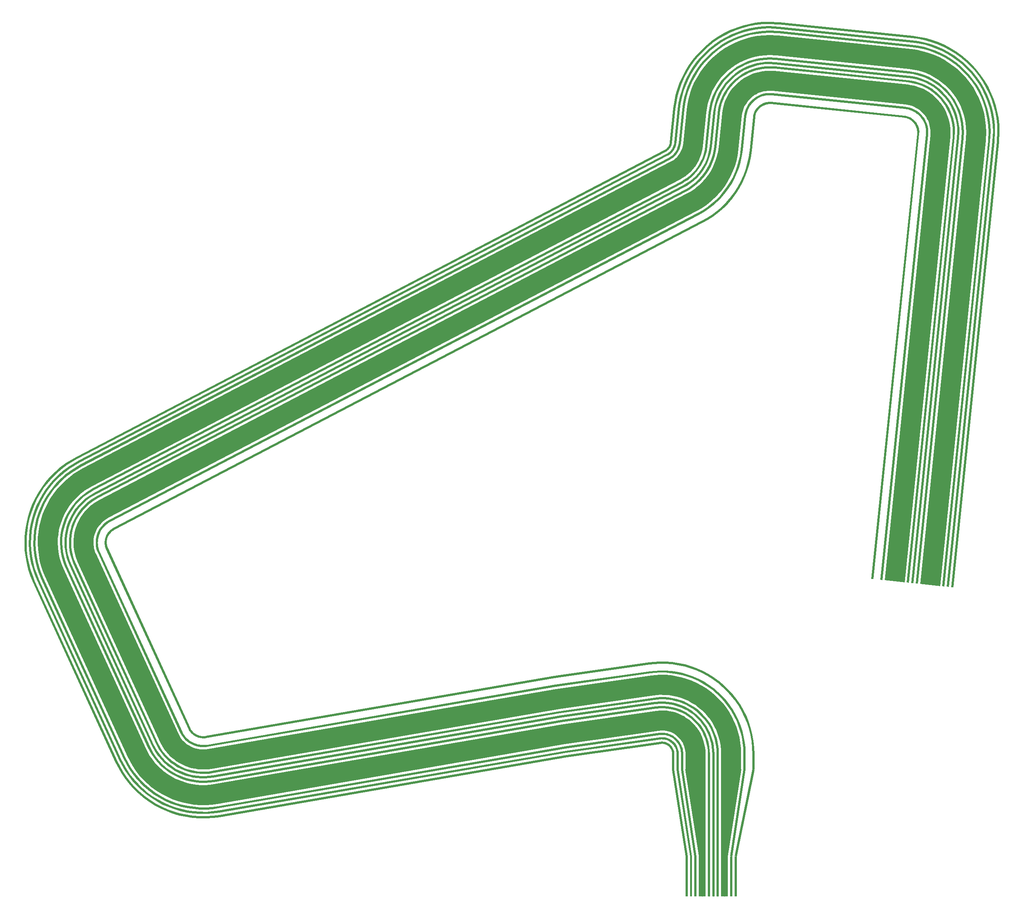
<source format=gbr>
G04 AutoGERB 2.0 for AutoCAD 14*
G04 RS274-X Output *
%FSLAX34Y34*%
%MOMM*%
%ADD12C,0.005000*%
%ADD13C,0.007000*%
G36*X2429672Y786128D02*X2429672Y821774D01*X2429179Y835901*X2427711Y849914*X2425271Y863793*X2421872Y877468*X2417531Y890873*X2412268Y903945*X2406108Y916618*X2399082Y928832*X2391223Y940529*X2382571Y951650*X2373165Y962143*X2363053Y971956*X2352283Y981043*X2340907Y989358*X2328980Y996861*X2316560Y1003518*X2303707Y1009295*X2290484Y1014163*X2276954Y1018101*X2263184Y1021088*X2249238Y1023109*X2235186Y1024157*X2221122Y1024224*X2198461Y1022273*X1985828Y991894*X1204165Y857171*X1201622Y856824*X1199018Y856651*X1196409Y856660*X1193807Y856850*X1191224Y857220*X1188672Y857770*X1186166Y858495*X1183715Y859393*X1181333Y860460*X1179032Y861689*X1176821Y863076*X1174712Y864612*X1172715Y866292*X1170840Y868106*X1169094Y870048*X1167489Y872105*X1166010Y874299*X1163773Y878456*X979575Y1280962*X978590Y1283330*X977756Y1285804*X977099Y1288329*X976616Y1290893*X976314Y1293486*X976194Y1296093*X976254Y1298701*X976496Y1301300*X976918Y1303875*X977518Y1306415*X978293Y1308906*X979240Y1311339*X980354Y1313698*X981629Y1315976*X983059Y1318159*X984637Y1320236*X986356Y1322199*X988207Y1324039*X990184Y1325745*X992300Y1327329*X996267Y1329732*X2315831Y2018650*X2328125Y2025623*X2339869Y2033410*X2351042Y2041996*X2361592Y2051337*X2371466Y2061390*X2380617Y2072105*X2389001Y2083431*X2396578Y2095312*X2403309Y2107691*X2409163Y2120508*X2414111Y2133702*X2418131Y2147208*X2421199Y2160952*X2423602Y2177576*X2431293Y2252590*X2431643Y2255133*X2432179Y2257688*X2432890Y2260198*X2433774Y2262653*X2434827Y2265041*X2436043Y2267349*X2437418Y2269568*X2438943Y2271685*X2440612Y2273692*X2442417Y2275577*X2444347Y2277332*X2446394Y2278950*X2448551Y2280420*X2450804Y2281737*X2453143Y2282894*X2455557Y2283886*X2458033Y2284707*X2460562Y2285354*X2463128Y2285824*X2465722Y2286115*X2468354Y2286224*X2472349Y2286034*X2770896Y2255425*X2773438Y2255074*X2775993Y2254539*X2778503Y2253827*X2780958Y2252943*X2783346Y2251890*X2785655Y2250674*X2787873Y2249299*X2789990Y2247774*X2791997Y2246106*X2793883Y2244302*X2795638Y2242371*X2797255Y2240322*X2798725Y2238167*X2800042Y2235915*X2801200Y2233575*X2802191Y2231161*X2803013Y2228684*X2803660Y2226156*X2804129Y2223589*X2804420Y2220996*X2804530Y2218363*X2804339Y2214367*X2701792Y1214192*X2696819Y1214703*X2799352Y2214742*X2799525Y2218378*X2799431Y2220613*X2799180Y2222860*X2798773Y2225085*X2798212Y2227275*X2797500Y2229422*X2796641Y2231514*X2795639Y2233540*X2794496Y2235492*X2793222Y2237361*X2791821Y2239136*X2790300Y2240809*X2788666Y2242373*X2786927Y2243819*X2785092Y2245140*X2783170Y2246331*X2781169Y2247385*X2779099Y2248298*X2776972Y2249064*X2774796Y2249682*X2772583Y2250145*X2770299Y2250460*X2471976Y2281047*X2468339Y2281219*X2466105Y2281126*X2463857Y2280875*X2461633Y2280467*X2459442Y2279906*X2457296Y2279195*X2455204Y2278335*X2453177Y2277332*X2451224Y2276191*X2449357Y2274917*X2447582Y2273515*X2445908Y2271994*X2444345Y2270361*X2442898Y2268622*X2441577Y2266787*X2440386Y2264864*X2439332Y2262864*X2438419Y2260794*X2437653Y2258667*X2437036Y2256491*X2436572Y2254278*X2436258Y2251995*X2428565Y2176963*X2426120Y2160049*X2422972Y2145949*X2418854Y2132109*X2413784Y2118589*X2407784Y2105456*X2400887Y2092771*X2393124Y2080596*X2384532Y2068990*X2375155Y2058011*X2365037Y2047710*X2354227Y2038137*X2342778Y2029339*X2330744Y2021360*X2318222Y2014257*X998722Y1325373*X995101Y1323180*X993319Y1321846*X991608Y1320368*X990003Y1318774*X988514Y1317073*X987146Y1315272*X985906Y1313381*X984801Y1311407*X983837Y1309362*X983016Y1307255*X982345Y1305096*X981825Y1302894*X981459Y1300663*X981249Y1298412*X981197Y1296150*X981301Y1293891*X981563Y1291646*X981980Y1289422*X982551Y1287235*X983273Y1285091*X984158Y1282963*X1168252Y880683*X1170295Y876888*X1171538Y875044*X1172929Y873261*X1174441Y871579*X1176066Y870007*X1177797Y868551*X1179624Y867219*X1181541Y866018*X1183536Y864953*X1185600Y864028*X1187723Y863250*X1189895Y862621*X1192105Y862145*X1194344Y861825*X1196600Y861659*X1198861Y861652*X1201117Y861801*X1203402Y862114*X1985049Y996833*X2197892Y1027242*X2220919Y1029225*X2235385Y1029156*X2249783Y1028082*X2264073Y1026011*X2278185Y1022950*X2292049Y1018916*X2305598Y1013926*X2318769Y1008007*X2331495Y1001186*X2343716Y993497*X2355374Y984976*X2366410Y975665*X2376772Y965610*X2386410Y954857*X2395276Y943462*X2403329Y931477*X2410529Y918961*X2416841Y905974*X2422234Y892580*X2426683Y878843*X2430166Y864830*X2432666Y850609*X2434170Y836248*X2434671Y821861*X2434671Y786128*X2429672Y786128*G37*G36*X2409672Y786128D02*X2409672Y821774D01*X2409228Y834509*X2407904Y847139*X2405705Y859647*X2402642Y871972*X2398730Y884053*X2393986Y895833*X2388435Y907255*X2382103Y918264*X2375021Y928804*X2367222Y938828*X2358746Y948284*X2349632Y957128*X2339926Y965317*X2329674Y972811*X2318925Y979573*X2307731Y985572*X2296148Y990779*X2284231Y995166*X2272038Y998715*X2259627Y1001406*X2247059Y1003229*X2234395Y1004173*X2221722Y1004233*X2201290Y1002474*X1988941Y972136*X1207561Y837462*X1203641Y836926*X1199648Y836661*X1195646Y836675*X1191656Y836965*X1187695Y837534*X1183784Y838377*X1179940Y839489*X1176183Y840866*X1172531Y842501*X1169002Y844386*X1165612Y846512*X1162378Y848868*X1159316Y851443*X1156440Y854227*X1153765Y857202*X1151303Y860356*X1149046Y863705*X1145587Y870134*X961389Y1272639*X959869Y1276293*X958591Y1280085*X957581Y1283957*X956843Y1287890*X956380Y1291864*X956195Y1295862*X956288Y1299862*X956659Y1303845*X957305Y1307794*X958227Y1311688*X959414Y1315508*X960866Y1319238*X962574Y1322856*X964529Y1326348*X966721Y1329694*X969141Y1332881*X971778Y1335891*X974617Y1338711*X977645Y1341325*X980876Y1343746*X987011Y1347462*X2306575Y2036379*X2317658Y2042665*X2328242Y2049684*X2338312Y2057421*X2347820Y2065840*X2356719Y2074900*X2364966Y2084557*X2372522Y2094764*X2379350Y2105471*X2385417Y2116628*X2390692Y2128180*X2395152Y2140070*X2398775Y2152242*X2401540Y2164628*X2403706Y2179616*X2411397Y2254631*X2411937Y2258551*X2412758Y2262468*X2413849Y2266318*X2415205Y2270082*X2416820Y2273743*X2418685Y2277283*X2420792Y2280685*X2423131Y2283931*X2425689Y2287008*X2428456Y2289899*X2431416Y2292590*X2434557Y2295070*X2437863Y2297324*X2441317Y2299344*X2444903Y2301118*X2448604Y2302638*X2452402Y2303898*X2456279Y2304890*X2460214Y2305610*X2464191Y2306056*X2468214Y2306224*X2474390Y2305929*X2772936Y2275320*X2776857Y2274780*X2780774Y2273959*X2784623Y2272868*X2788388Y2271512*X2792048Y2269898*X2795588Y2268033*X2798990Y2265925*X2802237Y2263587*X2805313Y2261028*X2808204Y2258262*X2810896Y2255302*X2813375Y2252161*X2815630Y2248856*X2817650Y2245401*X2819424Y2241814*X2820944Y2238113*X2822204Y2234316*X2823196Y2230439*X2823916Y2226503*X2824362Y2222527*X2824530Y2218504*X2824235Y2212327*X2721688Y1212152*X2716715Y1212663*X2819248Y2212702*X2819525Y2218519*X2819373Y2222144*X2818967Y2225774*X2818309Y2229368*X2817403Y2232907*X2816253Y2236374*X2814865Y2239753*X2813245Y2243028*X2811401Y2246181*X2809342Y2249200*X2807079Y2252067*X2804621Y2254769*X2801982Y2257295*X2799174Y2259632*X2796209Y2261766*X2793103Y2263690*X2789871Y2265393*X2786529Y2266867*X2783092Y2268105*X2779577Y2269102*X2776002Y2269851*X2772339Y2270355*X2474015Y2300942*X2468199Y2301219*X2464574Y2301067*X2460943Y2300661*X2457350Y2300003*X2453811Y2299097*X2450343Y2297947*X2446964Y2296559*X2443690Y2294939*X2440536Y2293095*X2437518Y2291037*X2434651Y2288773*X2431947Y2286316*X2429422Y2283677*X2427086Y2280868*X2424951Y2277904*X2423028Y2274798*X2421325Y2271566*X2419850Y2268223*X2418612Y2264787*X2417615Y2261271*X2416866Y2257696*X2416362Y2254034*X2408669Y2179003*X2406461Y2163725*X2403616Y2150983*X2399895Y2138477*X2395313Y2126261*X2389892Y2114393*X2383659Y2102930*X2376645Y2091929*X2368881Y2081442*X2360408Y2071521*X2351265Y2062213*X2341497Y2053562*X2331151Y2045613*X2320277Y2038402*X2308966Y2031986*X989466Y1343103*X983677Y1339597*X980782Y1337428*X978016Y1335040*X975425Y1332466*X973018Y1329718*X970808Y1326809*X968806Y1323753*X967021Y1320565*X965463Y1317261*X964137Y1313857*X963052Y1310369*X962212Y1306813*X961622Y1303208*X961283Y1299571*X961198Y1295919*X961367Y1292269*X961790Y1288641*X962464Y1285050*X963386Y1281516*X964552Y1278054*X965972Y1274640*X1150066Y872361*X1153331Y866294*X1155352Y863295*X1157600Y860415*X1160043Y857698*X1162667Y855158*X1165463Y852807*X1168415Y850655*X1171511Y848715*X1174734Y846994*X1178068Y845501*X1181497Y844244*X1185007Y843228*X1188578Y842459*X1192193Y841940*X1195837Y841674*X1199491Y841662*X1203136Y841903*X1206798Y842405*X1988162Y977075*X2200721Y1007443*X2221519Y1009234*X2234592Y1009172*X2247604Y1008202*X2260516Y1006329*X2273267Y1003564*X2285796Y999919*X2298039Y995410*X2309940Y990061*X2321440Y983898*X2332483Y976950*X2343017Y969250*X2352989Y960837*X2362353Y951751*X2371061Y942035*X2379074Y931737*X2386350Y920907*X2392856Y909598*X2398559Y897862*X2403433Y885760*X2407453Y873347*X2410600Y860684*X2412859Y847834*X2414219Y834858*X2414671Y821861*X2414671Y786128*X2409672Y786128*G37*G36*X2359672Y786130D02*X2359672Y821425D01*X2359336Y831031*X2358376Y840201*X2356780Y849280*X2354556Y858227*X2351715Y866998*X2348271Y875550*X2344242Y883843*X2339646Y891833*X2334504Y899485*X2328842Y906762*X2322689Y913627*X2316073Y920047*X2309027Y925992*X2301583Y931433*X2293780Y936342*X2285655Y940697*X2277245Y944476*X2268594Y947662*X2259743Y950238*X2250733Y952192*X2241609Y953515*X2232416Y954200*X2223433Y954243*X2207807Y952898*X1996724Y922739*X1215713Y788130*X1208687Y787169*X1201222Y786674*X1193742Y786698*X1186279Y787243*X1178872Y788306*X1171559Y789882*X1164373Y791961*X1157349Y794536*X1150520Y797592*X1143921Y801118*X1137585Y805091*X1131536Y809498*X1125810Y814315*X1120434Y819516*X1115433Y825079*X1110830Y830977*X1106460Y837460*X1100390Y848741*X915779Y1252149*X913055Y1258695*X910668Y1265785*X908779Y1273025*X907399Y1280378*X906533Y1287808*X906186Y1295282*X906360Y1302762*X907054Y1310211*X908263Y1317593*X909983Y1324874*X912206Y1332019*X914921Y1338992*X918113Y1345756*X921767Y1352284*X925869Y1358543*X930393Y1364499*X935321Y1370127*X940630Y1375400*X946291Y1380289*X952539Y1384968*X963309Y1391491*X2283126Y2080541*X2291485Y2085282*X2299169Y2090377*X2306480Y2095995*X2313382Y2102106*X2319842Y2108683*X2325829Y2115694*X2331314Y2123104*X2336272Y2130878*X2340676Y2138976*X2344506Y2147362*X2347743Y2155993*X2350373Y2164830*X2352365Y2173756*X2354008Y2185126*X2361693Y2260078*X2362661Y2267100*X2364195Y2274422*X2366236Y2281621*X2368771Y2288658*X2371790Y2295505*X2375279Y2302124*X2379218Y2308483*X2383589Y2314553*X2388374Y2320307*X2393547Y2325711*X2399081Y2330743*X2404954Y2335379*X2411135Y2339596*X2417594Y2343371*X2424298Y2346688*X2431220Y2349533*X2438322Y2351887*X2445568Y2353742*X2452927Y2355089*X2460363Y2355921*X2468061Y2356243*X2478946Y2355725*X2778382Y2325024*X2785406Y2324056*X2792728Y2322521*X2799925Y2320481*X2806963Y2317947*X2813809Y2314927*X2820429Y2311440*X2826788Y2307500*X2832860Y2303128*X2838612Y2298343*X2844016Y2293173*X2849049Y2287637*X2853685Y2281764*X2857901Y2275584*X2861677Y2269125*X2864995Y2262419*X2867838Y2255499*X2870193Y2248398*X2872049Y2241150*X2873396Y2233790*X2874227Y2226356*X2874550Y2218657*X2874030Y2207770*X2771428Y1207050*X2726663Y1211649*X2829139Y2211141*X2829505Y2218788*X2829332Y2222909*X2828849Y2227231*X2828066Y2231507*X2826988Y2235719*X2825619Y2239846*X2823966Y2243868*X2822038Y2247766*X2819844Y2251519*X2817394Y2255111*X2814700Y2258524*X2811775Y2261740*X2808631Y2264748*X2805289Y2267529*X2801761Y2270069*X2798064Y2272359*X2794218Y2274386*X2790240Y2276140*X2786148Y2277614*X2781965Y2278800*X2777709Y2279691*X2773013Y2280339*X2475579Y2310834*X2467930Y2311198*X2463810Y2311026*X2459488Y2310542*X2455211Y2309759*X2450997Y2308680*X2446871Y2307312*X2442851Y2305661*X2438953Y2303732*X2435198Y2301537*X2431607Y2299088*X2428194Y2296394*X2424976Y2293468*X2421969Y2290326*X2419190Y2286984*X2416649Y2283456*X2414358Y2279757*X2412331Y2275912*X2410578Y2271935*X2409103Y2267842*X2407918Y2263659*X2407026Y2259403*X2406378Y2254707*X2398679Y2179611*X2396658Y2165625*X2393950Y2153497*X2390428Y2141658*X2386089Y2130091*X2380957Y2118855*X2375055Y2108003*X2368415Y2097589*X2361066Y2087661*X2353043Y2078268*X2344387Y2069455*X2335139Y2061266*X2325344Y2053740*X2315050Y2046913*X2304647Y2041012*X985400Y1352260*X977742Y1347623*X974520Y1345210*X971229Y1342367*X968144Y1339304*X965280Y1336032*X962648Y1332568*X960266Y1328933*X958142Y1325139*X956286Y1321205*X954709Y1317154*X953418Y1313003*X952418Y1308772*X951715Y1304480*X951311Y1300149*X951211Y1295803*X951412Y1291461*X951916Y1287141*X952718Y1282866*X953815Y1278660*X955202Y1274540*X957024Y1270164*X1140705Y868786*X1145027Y860755*X1147269Y857428*X1149944Y854000*X1152851Y850767*X1155977Y847742*X1159303Y844943*X1162816Y842384*X1166502Y840073*X1170337Y838025*X1174306Y836249*X1178388Y834752*X1182566Y833543*X1186817Y832627*X1191120Y832010*X1195455Y831693*X1199805Y831679*X1204144Y831966*X1208838Y832609*X1989719Y967196*X2202690Y997623*X2221608Y999252*X2234197Y999191*X2246516Y998274*X2258740Y996501*X2270812Y993883*X2282673Y990431*X2294264Y986163*X2305530Y981100*X2316419Y975265*X2326874Y968686*X2336846Y961397*X2346288Y953432*X2355152Y944830*X2363397Y935631*X2370981Y925882*X2377871Y915630*X2384031Y904920*X2389430Y893811*X2394044Y882353*X2397849Y870602*X2400829Y858615*X2402967Y846448*X2404255Y834164*X2404671Y822210*X2404671Y786130*X2359672Y786130*G37*G36*X2249672Y786128D02*X2249672Y821775D01*X2249615Y823382*X2249452Y824941*X2249181Y826482*X2248803Y828001*X2248321Y829490*X2247736Y830943*X2247052Y832351*X2246271Y833708*X2245398Y835008*X2244437Y836244*X2243392Y837409*X2242268Y838500*X2241072Y839508*X2239808Y840433*X2238483Y841266*X2237102Y842006*X2235675Y842648*X2234206Y843188*X2232702Y843626*X2231172Y843958*X2229623Y844183*X2228062Y844299*X2226523Y844306*X2223919Y844083*X2013849Y814069*X1234737Y679787*X1219785Y677743*X1204683Y676740*X1189548Y676791*X1174454Y677893*X1159471Y680043*X1144676Y683229*X1130137Y687437*X1115926Y692645*X1102113Y698829*X1088762Y705959*X1075940Y714001*X1063708Y722914*X1052126Y732656*X1041249Y743180*X1031129Y754436*X1021818Y766367*X1013338Y778948*X1000098Y803554*X815900Y1206060*X810101Y1219993*X805271Y1234336*X801451Y1248982*X798658Y1263857*X796907Y1278891*X796206Y1294009*X796557Y1309140*X797960Y1324210*X800407Y1339146*X803888Y1353875*X808384Y1368327*X813874Y1382432*X820333Y1396119*X827727Y1409325*X836021Y1421984*X845176Y1434037*X855147Y1445423*X865886Y1456089*X877340Y1465981*X889483Y1475075*X912963Y1489295*X2232527Y2178213*X2233926Y2179006*X2235231Y2179872*X2236472Y2180826*X2237645Y2181864*X2238742Y2182980*X2239758Y2184171*X2240690Y2185429*X2241532Y2186750*X2242280Y2188124*X2242930Y2189549*X2243479Y2191014*X2243927Y2192516*X2244266Y2194035*X2244540Y2195935*X2252231Y2270951*X2254292Y2285900*X2257397Y2300713*X2261523Y2315275*X2266653Y2329515*X2272760Y2343363*X2279816Y2356752*X2287786Y2369619*X2296632Y2381900*X2306309Y2393537*X2316773Y2404472*X2327972Y2414653*X2339852Y2424031*X2352356Y2432559*X2365421Y2440198*X2378987Y2446909*X2392987Y2452661*X2407352Y2457425*X2422015Y2461178*X2436902Y2463903*X2451943Y2465586*X2467090Y2466220*X2490709Y2465095*X2789256Y2434486*X2804206Y2432425*X2819019Y2429322*X2833581Y2425194*X2847820Y2420065*X2861668Y2413958*X2875058Y2406903*X2887925Y2398933*X2900206Y2390087*X2911843Y2380410*X2922778Y2369946*X2932959Y2358747*X2942337Y2346867*X2950866Y2334364*X2958505Y2321298*X2965216Y2307733*X2970968Y2293733*X2975733Y2279368*X2979486Y2264705*X2982211Y2249818*X2983895Y2234777*X2984528Y2219630*X2983400Y2196008*X2880854Y1195833*X2875881Y1196344*X2978413Y2196383*X2979523Y2219645*X2978906Y2234394*X2977262Y2249089*X2974599Y2263634*X2970932Y2277959*X2966277Y2291994*X2960657Y2305672*X2954100Y2318925*X2946637Y2331691*X2938304Y2343906*X2929142Y2355512*X2919195Y2366453*X2908512Y2376677*X2897143Y2386132*X2885144Y2394774*X2872573Y2402560*X2859491Y2409453*X2845961Y2415420*X2832050Y2420431*X2817824Y2424463*X2803351Y2427496*X2788659Y2429521*X2490334Y2460108*X2467075Y2461215*X2452326Y2460597*X2437631Y2458954*X2423086Y2456291*X2408761Y2452624*X2394726Y2447970*X2381048Y2442350*X2367794Y2435793*X2355029Y2428330*X2342813Y2419998*X2331207Y2410836*X2320266Y2400889*X2310042Y2390206*X2300587Y2378837*X2291945Y2366838*X2284159Y2354267*X2277265Y2341186*X2271298Y2327656*X2266286Y2313744*X2262254Y2299518*X2259221Y2285045*X2257196Y2270354*X2249503Y2195322*X2249187Y2193132*X2248768Y2191255*X2248222Y2189421*X2247551Y2187630*X2246755Y2185889*X2245841Y2184207*X2244811Y2182594*X2243673Y2181056*X2242431Y2179601*X2241090Y2178235*X2239657Y2176967*X2238140Y2175801*X2236545Y2174743*X2234918Y2173820*X915418Y1484936*X892284Y1470926*X880477Y1462084*X869285Y1452418*X858794Y1441998*X849053Y1430874*X840108Y1419099*X832004Y1406730*X824780Y1393828*X818471Y1380455*X813107Y1366676*X808713Y1352556*X805314Y1338165*X802923Y1323573*X801552Y1308849*X801209Y1294066*X801894Y1279296*X803605Y1264608*X806334Y1250075*X810066Y1235767*X814784Y1221754*X820483Y1208061*X1004577Y805781*X1017623Y781537*X1025867Y769306*X1034964Y757649*X1044850Y746653*X1055477Y736371*X1066793Y726853*X1078743Y718144*X1091271Y710288*X1104314Y703322*X1117811Y697280*X1131694Y692192*X1145899Y688080*X1160354Y684968*X1174991Y682868*X1189739Y681790*X1204526Y681741*X1219280Y682720*X1233974Y684730*X2013070Y819008*X2223352Y849052*X2226320Y849307*X2228259Y849298*X2230168Y849156*X2232063Y848881*X2233933Y848475*X2235769Y847941*X2237566Y847279*X2239311Y846495*X2240998Y845591*X2242617Y844572*X2244163Y843443*X2245625Y842209*X2246999Y840876*X2248276Y839451*X2249451Y837941*X2250518Y836353*X2251473Y834694*X2252309Y832972*X2253024Y831197*X2253614Y829376*X2254076Y827519*X2254407Y825634*X2254606Y823731*X2254671Y821862*X2254671Y786128*X2249672Y786128*G37*G36*X2259672Y786128D02*X2259672Y821775D01*X2259591Y824078*X2259355Y826327*X2258963Y828555*X2258418Y830749*X2257722Y832901*X2256877Y834999*X2255888Y837032*X2254761Y838993*X2253500Y840870*X2252111Y842654*X2250601Y844339*X2248979Y845914*X2247250Y847371*X2245425Y848706*X2243510Y849910*X2241517Y850979*X2239454Y851906*X2237332Y852687*X2235160Y853319*X2232950Y853799*X2230713Y854123*X2228457Y854291*X2226223Y854302*X2222505Y853982*X2012292Y823949*X1233038Y689641*X1218776Y687692*X1204368Y686735*X1189929Y686783*X1175529Y687835*X1161235Y689886*X1147120Y692926*X1133250Y696940*X1119692Y701909*X1106514Y707809*X1093777Y714611*X1081545Y722283*X1069875Y730786*X1058825Y740080*X1048448Y750121*X1038794Y760859*X1029911Y772242*X1021820Y784246*X1009191Y807715*X824993Y1210221*X819462Y1223511*X814854Y1237196*X811209Y1251168*X808545Y1265359*X806874Y1279701*X806205Y1294125*X806540Y1308560*X807878Y1322937*X810213Y1337187*X813535Y1351238*X817823Y1365025*X823061Y1378482*X829223Y1391540*X836277Y1404139*X844190Y1416216*X852924Y1427715*X862437Y1438578*X872682Y1448753*X883609Y1458190*X895195Y1466867*X917591Y1480431*X2237155Y2169347*X2239159Y2170485*X2241044Y2171735*X2242837Y2173113*X2244530Y2174612*X2246115Y2176225*X2247584Y2177945*X2248929Y2179763*X2250145Y2181669*X2251226Y2183657*X2252165Y2185713*X2252959Y2187830*X2253604Y2189998*X2254095Y2192197*X2254488Y2194915*X2262179Y2269931*X2264145Y2284191*X2267107Y2298323*X2271044Y2312215*X2275937Y2325800*X2281764Y2339011*X2288495Y2351786*X2296099Y2364061*X2304538Y2375777*X2313771Y2386879*X2323753Y2397311*X2334437Y2407024*X2345771Y2415971*X2357700Y2424107*X2370165Y2431395*X2383107Y2437797*X2396463Y2443284*X2410168Y2447830*X2424156Y2451410*X2438359Y2454010*X2452709Y2455616*X2467161Y2456220*X2489689Y2455147*X2788236Y2424538*X2802496Y2422572*X2816628Y2419612*X2830521Y2415674*X2844106Y2410780*X2857317Y2404954*X2870091Y2398223*X2882366Y2390620*X2894083Y2382181*X2905185Y2372948*X2915617Y2362966*X2925330Y2352282*X2934277Y2340948*X2942414Y2329020*X2949701Y2316555*X2956104Y2303613*X2961591Y2290257*X2966137Y2276552*X2969718Y2262564*X2972317Y2248361*X2973924Y2234011*X2974528Y2219559*X2973452Y2197028*X2870906Y1196853*X2865933Y1197364*X2968465Y2197403*X2969523Y2219574*X2968935Y2233628*X2967368Y2247632*X2964831Y2261493*X2961336Y2275143*X2956900Y2288518*X2951545Y2301552*X2945296Y2314182*X2938185Y2326347*X2930244Y2337987*X2921513Y2349047*X2912034Y2359473*X2901854Y2369215*X2891020Y2378226*X2879585Y2386461*X2867606Y2393880*X2855140Y2400449*X2842247Y2406135*X2828990Y2410911*X2815433Y2414753*X2801641Y2417643*X2787639Y2419573*X2489314Y2450160*X2467146Y2451215*X2453092Y2450627*X2439088Y2449061*X2425227Y2446523*X2411577Y2443029*X2398202Y2438593*X2385168Y2433238*X2372538Y2426990*X2360373Y2419878*X2348732Y2411938*X2337672Y2403207*X2327246Y2393728*X2317504Y2383548*X2308493Y2372714*X2300258Y2361280*X2292838Y2349301*X2286269Y2336834*X2280582Y2323941*X2275807Y2310684*X2271964Y2297128*X2269074Y2283336*X2267144Y2269334*X2259451Y2194302*X2259016Y2191294*X2258447Y2188739*X2257702Y2186237*X2256786Y2183794*X2255701Y2181420*X2254454Y2179128*X2253052Y2176928*X2251499Y2174830*X2249804Y2172846*X2247975Y2170983*X2246022Y2169254*X2243953Y2167664*X2241778Y2166222*X2239546Y2164956*X920046Y1476072*X897996Y1462718*X886746Y1454293*X876081Y1445082*X866084Y1435153*X856801Y1424552*X848277Y1413331*X840554Y1401544*X833670Y1389249*X827658Y1376505*X822546Y1363374*X818360Y1349919*X815120Y1336206*X812841Y1322300*X811535Y1308269*X811208Y1294182*X811861Y1280106*X813492Y1266110*X816092Y1252261*X819649Y1238627*X824145Y1225272*X829576Y1212222*X1013670Y809942*X1026105Y786835*X1033960Y775181*X1042629Y764072*X1052049Y753594*X1062176Y743795*X1072960Y734725*X1084348Y726426*X1096286Y718940*X1108715Y712302*X1121577Y706544*X1134807Y701695*X1148343Y697777*X1162118Y694811*X1176066Y692810*X1190120Y691782*X1204211Y691736*X1218271Y692669*X1232275Y694584*X2011513Y828888*X2221936Y858951*X2226020Y859303*X2228656Y859290*X2231258Y859096*X2233841Y858722*X2236391Y858168*X2238897Y857440*X2241345Y856537*X2243726Y855468*X2246025Y854235*X2248234Y852845*X2250341Y851306*X2252336Y849623*X2254208Y847806*X2255950Y845863*X2257553Y843803*X2259008Y841636*X2260309Y839375*X2261450Y837028*X2262425Y834606*X2263229Y832124*X2263858Y829592*X2264310Y827022*X2264582Y824427*X2264671Y821862*X2264671Y786128*X2259672Y786128*G37*G36*X2269672Y786128D02*X2269672Y821775D01*X2269567Y824773*X2269258Y827715*X2268746Y830628*X2268033Y833498*X2267122Y836311*X2266017Y839054*X2264725Y841714*X2263250Y844277*X2261601Y846732*X2259785Y849067*X2257811Y851268*X2255689Y853328*X2253428Y855234*X2251040Y856980*X2248538Y858555*X2245931Y859952*X2243234Y861164*X2240459Y862185*X2237619Y863012*X2234728Y863639*X2231803Y864064*X2228854Y864283*X2225922Y864297*X2221091Y863881*X2010736Y833828*X1231340Y699496*X1217767Y697641*X1204053Y696730*X1190310Y696776*X1176604Y697777*X1162999Y699729*X1149564Y702623*X1136363Y706443*X1123458Y711173*X1110915Y716788*X1098792Y723263*X1087149Y730565*X1076042Y738658*X1065524Y747504*X1055647Y757061*X1046459Y767282*X1038004Y778116*X1030302Y789543*X1018284Y811877*X834086Y1214382*X828822Y1227030*X824436Y1240055*X820967Y1253354*X818432Y1266861*X816841Y1280512*X816204Y1294241*X816523Y1307981*X817797Y1321664*X820019Y1335227*X823181Y1348602*X827263Y1361724*X832248Y1374531*X838113Y1386961*X844827Y1398953*X852359Y1410448*X860671Y1421392*X869726Y1431732*X879478Y1441417*X889878Y1450399*X900907Y1458659*X922219Y1471566*X2241783Y2160483*X2244392Y2161964*X2246857Y2163598*X2249202Y2165400*X2251416Y2167361*X2253489Y2169470*X2255409Y2171719*X2257168Y2174096*X2258759Y2176589*X2260172Y2179187*X2261400Y2181878*X2262439Y2184646*X2263282Y2187481*X2263925Y2190359*X2264436Y2193895*X2272127Y2268911*X2273998Y2282482*X2276816Y2295933*X2280564Y2309156*X2285222Y2322086*X2290768Y2334660*X2297174Y2346819*X2304412Y2358502*X2312444Y2369654*X2321232Y2380221*X2330733Y2390150*X2340902Y2399395*X2351690Y2407911*X2363044Y2415655*X2374908Y2422591*X2387227Y2428685*X2399939Y2433908*X2412983Y2438234*X2426298Y2441642*X2439816Y2444116*X2453474Y2445645*X2467231Y2446220*X2488669Y2445199*X2787216Y2414590*X2800787Y2412719*X2814238Y2409902*X2827461Y2406154*X2840391Y2401496*X2852966Y2395950*X2865124Y2389544*X2876808Y2382307*X2887960Y2374275*X2898527Y2365487*X2908457Y2355986*X2917701Y2345817*X2926217Y2335029*X2933962Y2323675*X2940898Y2311811*X2946992Y2299493*X2952215Y2286781*X2956541Y2273736*X2959950Y2260422*X2962424Y2246903*X2963953Y2233245*X2964529Y2219489*X2963505Y2198048*X2860958Y1197873*X2855985Y1198384*X2958518Y2198423*X2959524Y2219504*X2958964Y2232862*X2957475Y2246174*X2955063Y2259351*X2951740Y2272327*X2947524Y2285042*X2942433Y2297432*X2936493Y2309438*X2929733Y2321002*X2922184Y2332068*X2913884Y2342582*X2904874Y2352493*X2895196Y2361754*X2884897Y2370320*X2874027Y2378148*X2862639Y2385201*X2850789Y2391445*X2838532Y2396851*X2825930Y2401391*X2813043Y2405043*X2799932Y2407790*X2786619Y2409625*X2488294Y2440212*X2467216Y2441215*X2453857Y2440656*X2440545Y2439167*X2427369Y2436755*X2414392Y2433433*X2401678Y2429217*X2389288Y2424126*X2377281Y2418186*X2365717Y2411426*X2354651Y2403878*X2344137Y2395578*X2334226Y2386567*X2324965Y2376890*X2316399Y2366591*X2308571Y2355721*X2301517Y2344334*X2295273Y2332483*X2289867Y2320227*X2285327Y2307625*X2281675Y2294738*X2278927Y2281627*X2277092Y2268314*X2269399Y2193282*X2268846Y2189456*X2268125Y2186222*X2267182Y2183053*X2266021Y2179959*X2264647Y2176952*X2263068Y2174048*X2261291Y2171261*X2259324Y2168604*X2257178Y2166091*X2254861Y2163732*X2252387Y2161541*X2249766Y2159527*X2247011Y2157701*X2244174Y2156092*X924674Y1467207*X903708Y1454510*X893015Y1446502*X882877Y1437746*X873373Y1428307*X864548Y1418229*X856446Y1407563*X849104Y1396358*X842560Y1384670*X836845Y1372556*X831986Y1360073*X828006Y1347283*X824926Y1334246*X822760Y1321027*X821518Y1307690*X821207Y1294298*X821828Y1280917*X823379Y1267612*X825850Y1254447*X829231Y1241486*X833505Y1228791*X838669Y1216383*X1022763Y814104*X1034587Y792132*X1042053Y781055*X1050294Y770495*X1059250Y760534*X1068875Y751219*X1079127Y742597*X1089952Y734708*X1101301Y727592*X1113116Y721281*X1125343Y715808*X1137920Y711198*X1150787Y707474*X1163882Y704654*X1177141Y702752*X1190501Y701775*X1203896Y701731*X1217262Y702618*X1230577Y704439*X2009957Y838767*X2220522Y868850*X2225719Y869298*X2229051Y869282*X2232348Y869037*X2235619Y868562*X2238850Y867861*X2242022Y866938*X2245125Y865797*X2248140Y864441*X2251053Y862880*X2253851Y861119*X2256519Y859169*X2259046Y857037*X2261418Y854735*X2263624Y852274*X2265654Y849665*X2267497Y846922*X2269146Y844057*X2270590Y841083*X2271825Y838018*X2272844Y834873*X2273641Y831665*X2274213Y828410*X2274558Y825122*X2274671Y821862*X2274671Y786128*X2269672Y786128*G37*G36*X2279672Y786130D02*X2279672Y821426D01*X2279530Y825467*X2279150Y829102*X2278518Y832698*X2277637Y836242*X2276512Y839716*X2275147Y843104*X2273550Y846391*X2271730Y849555*X2269693Y852586*X2267449Y855470*X2265011Y858190*X2262391Y860734*X2259600Y863087*X2256651Y865243*X2253560Y867188*X2250340Y868913*X2247009Y870411*X2243583Y871672*X2240074Y872693*X2236504Y873468*X2232891Y873992*X2229248Y874264*X2225834Y874280*X2219122Y873702*X2009178Y843706*X1229299Y709292*X1216759Y707578*X1203740Y706713*X1190691Y706756*X1177676Y707707*X1164761Y709561*X1152006Y712308*X1139472Y715935*X1127220Y720425*X1115311Y725758*X1103801Y731904*X1092747Y738837*X1082201Y746520*X1072216Y754920*X1062838Y763993*X1054115Y773696*X1046086Y783984*X1038606Y795082*X1027645Y815450*X843034Y1218860*X838172Y1230545*X834008Y1242911*X830714Y1255537*X828306Y1268361*X826797Y1281322*X826191Y1294356*X826495Y1307401*X827704Y1320393*X829814Y1333270*X832815Y1345969*X836691Y1358428*X841424Y1370587*X846992Y1382388*X853366Y1393773*X860518Y1404688*X868411Y1415079*X877007Y1424894*X886265Y1434089*X896140Y1442618*X906843Y1450632*X926285Y1462408*X2246102Y2151457*X2249620Y2153453*X2252664Y2155471*X2255559Y2157696*X2258295Y2160119*X2260854Y2162724*X2263225Y2165501*X2265398Y2168436*X2267362Y2171515*X2269106Y2174724*X2270624Y2178047*X2271907Y2181467*X2272949Y2184967*X2273728Y2188458*X2274425Y2193285*X2282111Y2268236*X2283838Y2280774*X2286515Y2293545*X2290073Y2306100*X2294496Y2318376*X2299761Y2330313*X2305843Y2341857*X2312714Y2352951*X2320341Y2363539*X2328685Y2373570*X2337705Y2382998*X2347360Y2391775*X2357602Y2399860*X2368382Y2407212*X2379646Y2413798*X2391341Y2419584*X2403410Y2424543*X2415796Y2428650*X2428437Y2431886*X2441271Y2434235*X2454239Y2435686*X2467498Y2436241*X2487105Y2435308*X2786542Y2404607*X2799080Y2402879*X2811850Y2400203*X2824404Y2396645*X2836681Y2392222*X2848619Y2386957*X2860163Y2380875*X2871256Y2374004*X2881845Y2366378*X2891876Y2358034*X2901303Y2349014*X2910082Y2339360*X2918167Y2329116*X2925519Y2318338*X2932105Y2307073*X2937891Y2295378*X2942850Y2283309*X2946957Y2270924*X2950194Y2258283*X2952543Y2245448*X2953994Y2232481*X2954549Y2219219*X2953613Y2199610*X2851010Y1198891*X2806246Y1203490*X2908722Y2202981*X2909504Y2219352*X2909099Y2229034*X2907996Y2238887*X2906211Y2248640*X2903752Y2258245*X2900631Y2267656*X2896862Y2276827*X2892466Y2285714*X2887462Y2294273*X2881874Y2302465*X2875731Y2310247*X2869062Y2317583*X2861897Y2324439*X2854274Y2330779*X2846229Y2336573*X2837800Y2341794*X2829028Y2346416*X2819956Y2350417*X2810627Y2353778*X2801089Y2356480*X2791383Y2358514*X2781173Y2359922*X2483738Y2390417*X2467369Y2391196*X2457686Y2390791*X2447832Y2389688*X2438078Y2387903*X2428473Y2385445*X2419063Y2382324*X2409892Y2378555*X2401005Y2374159*X2392445Y2369155*X2384253Y2363567*X2376471Y2357424*X2369136Y2350755*X2362280Y2343591*X2355940Y2335968*X2350145Y2327922*X2344924Y2319494*X2340302Y2310722*X2336301Y2301649*X2332940Y2292321*X2330236Y2282782*X2328203Y2273079*X2326796Y2262869*X2319096Y2187772*X2318021Y2180329*X2316526Y2173632*X2314590Y2167128*X2312207Y2160776*X2309389Y2154605*X2306147Y2148644*X2302499Y2142921*X2298462Y2137468*X2294055Y2132307*X2289298Y2127466*X2284220Y2122969*X2278839Y2118834*X2273183Y2115084*X2267623Y2111930*X948376Y1423177*X932046Y1413287*X924367Y1407537*X916864Y1401056*X909828Y1394069*X903296Y1386610*X897299Y1378715*X891865Y1370422*X887021Y1361771*X882791Y1352804*X879194Y1343563*X876248Y1334096*X873969Y1324447*X872365Y1314662*X871446Y1304790*X871216Y1294877*X871676Y1284973*X872823Y1275124*X874653Y1265380*X877155Y1255786*X880319Y1246388*X884279Y1236873*X1067960Y835497*X1077173Y818377*X1082527Y810433*X1088626Y802617*X1095255Y795244*X1102381Y788349*X1109968Y781967*X1117982Y776128*X1126382Y770859*X1135128Y766189*X1144177Y762138*X1153487Y758726*X1163011Y755969*X1172704Y753882*X1182519Y752474*X1192408Y751751*X1202321Y751718*X1212216Y752375*X1222428Y753771*X2002173Y888163*X2214005Y918427*X2224007Y919289*X2231031Y919255*X2237798Y918751*X2244515Y917777*X2251145Y916338*X2257658Y914443*X2264028Y912098*X2270217Y909316*X2276197Y906111*X2281940Y902498*X2287419Y898494*X2292606Y894117*X2297476Y889391*X2302004Y884339*X2306170Y878985*X2309955Y873352*X2313339Y867468*X2316304Y861367*X2318839Y855073*X2320930Y848617*X2322567Y842031*X2323741Y835347*X2324449Y828600*X2324671Y822211*X2324671Y786130*X2279672Y786130*G37*G36*X2329672Y786128D02*X2329672Y821775D01*X2329421Y828946*X2328678Y836039*X2327443Y843065*X2325723Y849986*X2323525Y856771*X2320861Y863388*X2317743Y869803*X2314187Y875985*X2310209Y881906*X2305830Y887536*X2301069Y892846*X2295950Y897814*X2290499Y902413*X2284740Y906622*X2278704Y910420*X2272417Y913789*X2265911Y916713*X2259218Y919177*X2252370Y921171*X2245400Y922682*X2238341Y923706*X2231228Y924236*X2224122Y924270*X2212605Y923278*X2001395Y893103*X1221149Y758624*X1211713Y757335*X1202165Y756700*X1192597Y756733*X1183055Y757429*X1173583Y758788*X1164230Y760803*X1155039Y763463*X1146054Y766756*X1137322Y770665*X1128882Y775172*X1120775Y780256*X1113043Y785891*X1105721Y792050*X1098845Y798703*X1092447Y805819*X1086561Y813362*X1081192Y821327*X1072842Y836844*X888645Y1239350*X884985Y1248143*X881931Y1257211*X879516Y1266470*X877751Y1275873*X876644Y1285377*X876200Y1294934*X876422Y1304501*X877309Y1314028*X878856Y1323470*X881057Y1332782*X883899Y1341918*X887370Y1350834*X891453Y1359488*X896128Y1367836*X901371Y1375839*X907158Y1383459*X913462Y1390657*X920252Y1397400*X927492Y1403653*X935180Y1409410*X949987Y1418378*X2269551Y2107295*X2275792Y2110836*X2281736Y2114778*X2287392Y2119124*X2292732Y2123851*X2297730Y2128940*X2302362Y2134364*X2306606Y2140096*X2310441Y2146110*X2313848Y2152376*X2316811Y2158864*X2319316Y2165542*X2321351Y2172378*X2322903Y2179331*X2324123Y2187775*X2331814Y2262791*X2333115Y2272226*X2335077Y2281590*X2337686Y2290796*X2340929Y2299799*X2344790Y2308553*X2349250Y2317018*X2354289Y2325152*X2359881Y2332916*X2365999Y2340272*X2372614Y2347185*X2379694Y2353622*X2387205Y2359550*X2395109Y2364942*X2403369Y2369771*X2411945Y2374014*X2420796Y2377650*X2429877Y2380662*X2439147Y2383034*X2448558Y2384757*X2458067Y2385821*X2467652Y2386222*X2482549Y2385512*X2781096Y2354903*X2790531Y2353602*X2799896Y2351641*X2809102Y2349031*X2818104Y2345789*X2826858Y2341928*X2835323Y2337468*X2843457Y2332429*X2851221Y2326837*X2858578Y2320719*X2865491Y2314104*X2871928Y2307024*X2877856Y2299514*X2883248Y2291609*X2888077Y2283349*X2892320Y2274774*X2895956Y2265923*X2898968Y2256842*X2901341Y2247572*X2903064Y2238161*X2904128Y2228652*X2904529Y2219067*X2903818Y2204168*X2801271Y1203993*X2796298Y1204504*X2898831Y2204543*X2899524Y2219082*X2899139Y2228269*X2898115Y2237432*X2896454Y2246501*X2894167Y2255433*X2891265Y2264184*X2887761Y2272713*X2883672Y2280976*X2879019Y2288936*X2873823Y2296553*X2868111Y2303789*X2861908Y2310611*X2855247Y2316986*X2848158Y2322882*X2840676Y2328270*X2832838Y2333125*X2824681Y2337423*X2816245Y2341144*X2807571Y2344268*X2798701Y2346782*X2789676Y2348673*X2780499Y2349938*X2482174Y2380525*X2467637Y2381217*X2458450Y2380832*X2449287Y2379808*X2440218Y2378147*X2431286Y2375861*X2422535Y2372959*X2414006Y2369455*X2405742Y2365366*X2397782Y2360713*X2390166Y2355517*X2382929Y2349805*X2376107Y2343602*X2369732Y2336941*X2363836Y2329853*X2358448Y2322371*X2353593Y2314533*X2349295Y2306376*X2345574Y2297940*X2342449Y2289265*X2339936Y2280395*X2338044Y2271371*X2336779Y2262194*X2329086Y2187162*X2327824Y2178428*X2326192Y2171119*X2324059Y2163949*X2321432Y2156945*X2318323Y2150141*X2314750Y2143569*X2310729Y2137261*X2306277Y2131249*X2301419Y2125561*X2296177Y2120224*X2290577Y2115265*X2284645Y2110707*X2278411Y2106573*X2271942Y2102904*X952442Y1414019*X937981Y1405261*X930629Y1399756*X923651Y1393729*X917109Y1387232*X911035Y1380296*X905458Y1372954*X900405Y1365241*X895900Y1357197*X891967Y1348859*X888622Y1340267*X885882Y1331463*X883763Y1322489*X882272Y1313391*X881417Y1304210*X881203Y1294993*X881631Y1285782*X882698Y1276624*X884399Y1267563*X886726Y1258642*X889668Y1249904*X893228Y1241351*X1077321Y839071*X1085477Y823916*X1090610Y816301*X1096282Y809032*X1102446Y802176*X1109072Y795765*X1116128Y789830*X1123580Y784399*X1131391Y779501*X1139523Y775158*X1147939Y771391*X1156596Y768218*X1165453Y765654*X1174466Y763713*X1183592Y762404*X1192788Y761732*X1202008Y761701*X1211208Y762312*X1220386Y763567*X2000616Y898042*X2212036Y928247*X2223919Y929271*X2231427Y929235*X2238886Y928679*X2246289Y927605*X2253599Y926020*X2260783Y923930*X2267802Y921344*X2274626Y918278*X2281219Y914745*X2287551Y910761*X2293590Y906346*X2299307Y901523*X2304676Y896313*X2309669Y890743*X2314262Y884839*X2318434Y878630*X2322164Y872146*X2325434Y865417*X2328228Y858478*X2330534Y851361*X2332338Y844102*X2333633Y836734*X2334412Y829295*X2334671Y821862*X2334671Y786128*X2329672Y786128*G37*G36*X2339672Y786128D02*X2339672Y821775D01*X2339397Y829641*X2338581Y837427*X2337226Y845137*X2335338Y852735*X2332926Y860182*X2330002Y867444*X2326580Y874484*X2322677Y881271*X2318311Y887768*X2313504Y893947*X2308278Y899776*X2302661Y905228*X2296677Y910276*X2290357Y914895*X2283731Y919064*X2276831Y922762*X2269691Y925972*X2262344Y928676*X2254829Y930864*X2247178Y932523*X2239431Y933646*X2231625Y934228*X2223822Y934265*X2211191Y933178*X1999838Y902982*X1219451Y768479*X1210704Y767284*X1201850Y766696*X1192978Y766725*X1184129Y767371*X1175347Y768632*X1166674Y770500*X1158151Y772966*X1149822Y776019*X1141723Y779644*X1133897Y783824*X1126381Y788538*X1119210Y793763*X1112420Y799474*X1106044Y805643*X1100112Y812242*X1094653Y819236*X1089674Y826624*X1081935Y841005*X897738Y1243511*X894345Y1251662*X891514Y1260070*X889274Y1268656*X887637Y1277376*X886611Y1286188*X886200Y1295051*X886406Y1303921*X887228Y1312755*X888662Y1321511*X890704Y1330145*X893339Y1338616*X896557Y1346884*X900343Y1354909*X904678Y1362650*X909540Y1370071*X914906Y1377137*X920752Y1383811*X927047Y1390064*X933761Y1395862*X940892Y1401202*X954615Y1409514*X2274179Y2098431*X2281025Y2102314*X2287550Y2106641*X2293757Y2111411*X2299618Y2116600*X2305104Y2122185*X2310188Y2128138*X2314845Y2134430*X2319055Y2141030*X2322794Y2147907*X2326046Y2155029*X2328795Y2162358*X2331029Y2169861*X2332733Y2177493*X2334071Y2186755*X2341762Y2261771*X2342968Y2270517*X2344788Y2279200*X2347207Y2287737*X2350214Y2296084*X2353794Y2304202*X2357930Y2312051*X2362602Y2319593*X2367787Y2326793*X2373460Y2333614*X2379594Y2340025*X2386159Y2345993*X2393124Y2351490*X2400453Y2356490*X2408113Y2360968*X2416065Y2364902*X2424272Y2368273*X2432693Y2371066*X2441288Y2373266*X2450015Y2374863*X2458833Y2375851*X2467722Y2376222*X2481529Y2375564*X2780076Y2344955*X2788822Y2343750*X2797505Y2341930*X2806042Y2339511*X2814389Y2336504*X2822507Y2332924*X2830356Y2328788*X2837899Y2324116*X2845098Y2318931*X2851920Y2313258*X2858330Y2307124*X2864299Y2300559*X2869796Y2293595*X2874796Y2286265*X2879274Y2278606*X2883208Y2270654*X2886580Y2262447*X2889373Y2254026*X2891573Y2245431*X2893170Y2236703*X2894157Y2227886*X2894529Y2218997*X2893870Y2205188*X2791323Y1205013*X2786350Y1205524*X2888883Y2205563*X2889524Y2219012*X2889168Y2227503*X2888221Y2235974*X2886686Y2244360*X2884572Y2252617*X2881889Y2260708*X2878649Y2268593*X2874869Y2276233*X2870567Y2283592*X2865763Y2290634*X2860482Y2297324*X2854747Y2303631*X2848589Y2309525*X2842035Y2314976*X2835118Y2319957*X2827871Y2324445*X2820330Y2328419*X2812530Y2331859*X2804511Y2334748*X2796310Y2337073*X2787967Y2338821*X2779479Y2339990*X2481154Y2370577*X2467707Y2371217*X2459216Y2370862*X2450744Y2369914*X2442359Y2368379*X2434102Y2366265*X2426011Y2363582*X2418126Y2360343*X2410486Y2356563*X2403126Y2352261*X2396085Y2347457*X2389394Y2342176*X2383087Y2336442*X2377193Y2330283*X2371742Y2323730*X2366761Y2316812*X2362273Y2309566*X2358299Y2302025*X2354859Y2294225*X2351970Y2286206*X2349645Y2278005*X2347897Y2269662*X2346727Y2261174*X2339034Y2186142*X2337654Y2176590*X2335870Y2168602*X2333538Y2160765*X2330667Y2153110*X2327269Y2145672*X2323364Y2138489*X2318968Y2131595*X2314103Y2125023*X2308793Y2118806*X2303063Y2112973*X2296942Y2107552*X2290459Y2102570*X2283644Y2098051*X2276570Y2094038*X957070Y1405155*X943693Y1397053*X936898Y1391965*X930446Y1386393*X924399Y1380386*X918783Y1373974*X913627Y1367186*X908955Y1360055*X904790Y1352618*X901154Y1344909*X898062Y1336965*X895529Y1328826*X893569Y1320530*X892191Y1312118*X891401Y1303630*X891203Y1295108*X891598Y1286593*X892584Y1278127*X894157Y1269749*X896309Y1261501*X899028Y1253423*X902321Y1245512*X1086414Y843232*X1093959Y829213*X1098702Y822175*X1103947Y815455*X1109645Y809116*X1115771Y803189*X1122295Y797702*X1129184Y792681*X1136406Y788153*X1143924Y784137*X1151705Y780654*X1159708Y777721*X1167897Y775351*X1176230Y773557*X1184668Y772346*X1193169Y771724*X1201693Y771697*X1210199Y772261*X1218688Y773422*X1999059Y907921*X2210622Y938147*X2223619Y939266*X2231822Y939227*X2239976Y938619*X2248067Y937446*X2256058Y935713*X2263909Y933429*X2271582Y930603*X2279040Y927251*X2286246Y923389*X2293168Y919034*X2299768Y914209*X2306018Y908937*X2311885Y903243*X2317343Y897154*X2322364Y890701*X2326924Y883914*X2331001Y876827*X2334575Y869473*X2337629Y861889*X2340149Y854110*X2342121Y846174*X2343536Y838122*X2344388Y829990*X2344671Y821862*X2344671Y786128*X2339672Y786128*G37*G36*X2349672Y786128D02*X2349672Y821775D01*X2349373Y830337*X2348484Y838814*X2347009Y847210*X2344953Y855483*X2342327Y863592*X2339143Y871499*X2335416Y879166*X2331166Y886554*X2326412Y893630*X2321178Y900359*X2315488Y906706*X2309371Y912642*X2302856Y918139*X2295974Y923169*X2288759Y927708*X2281245Y931735*X2273471Y935230*X2265471Y938174*X2257287Y940557*X2248957Y942363*X2240521Y943587*X2232020Y944220*X2223522Y944261*X2209776Y943077*X1998282Y912861*X1217752Y778334*X1209695Y777233*X1201536Y776691*X1193359Y776718*X1185204Y777313*X1177111Y778475*X1169118Y780197*X1161264Y782469*X1153587Y785283*X1146125Y788624*X1138912Y792476*X1131985Y796820*X1125377Y801635*X1119120Y806898*X1113244Y812584*X1107777Y818665*X1102746Y825110*X1098156Y831921*X1091029Y845166*X906831Y1247672*X903706Y1255180*X901096Y1262929*X899032Y1270842*X897524Y1278878*X896578Y1286999*X896199Y1295167*X896389Y1303341*X897147Y1311482*X898469Y1319551*X900349Y1327508*X902778Y1335315*X905744Y1342935*X909233Y1350330*X913228Y1357464*X917709Y1364303*X922654Y1370814*X928041Y1376966*X933843Y1382728*X940030Y1388071*X946604Y1392994*X959243Y1400649*X2278807Y2089567*X2286259Y2093793*X2293363Y2098504*X2300122Y2103698*X2306504Y2109348*X2312477Y2115430*X2318013Y2121912*X2323085Y2128763*X2327668Y2135950*X2331741Y2143439*X2335281Y2151193*X2338275Y2159174*X2340707Y2167344*X2342562Y2175655*X2344019Y2185735*X2351710Y2260751*X2352820Y2268807*X2354498Y2276811*X2356727Y2284677*X2359498Y2292369*X2362797Y2299850*X2366609Y2307084*X2370915Y2314035*X2375694Y2320669*X2380922Y2326956*X2386574Y2332864*X2392625Y2338364*X2399043Y2343430*X2405798Y2348037*X2412856Y2352164*X2420185Y2355790*X2427748Y2358897*X2435508Y2361471*X2443430Y2363498*X2451472Y2364970*X2459598Y2365880*X2467793Y2366222*X2480508Y2365617*X2779056Y2335007*X2787113Y2333897*X2795115Y2332221*X2802982Y2329991*X2810675Y2327219*X2818156Y2323920*X2825389Y2320109*X2832341Y2315803*X2838975Y2311024*X2845262Y2305796*X2851170Y2300144*X2856670Y2294094*X2861736Y2287676*X2866343Y2280921*X2870470Y2273862*X2874096Y2266534*X2877203Y2258971*X2879777Y2251210*X2881805Y2243289*X2883277Y2235246*X2884187Y2227121*X2884529Y2218926*X2883922Y2206208*X2781375Y1206032*X2776402Y1206543*X2878935Y2206583*X2879524Y2218941*X2879198Y2226738*X2878328Y2234517*X2876918Y2242218*X2874976Y2249801*X2872512Y2257232*X2869537Y2264473*X2866065Y2271489*X2862114Y2278248*X2857703Y2284715*X2852853Y2290859*X2847587Y2296651*X2841931Y2302063*X2835912Y2307069*X2829560Y2311644*X2822904Y2315766*X2815979Y2319415*X2808816Y2322574*X2801451Y2325228*X2793920Y2327362*X2786258Y2328968*X2778459Y2330042*X2480135Y2360630*X2467778Y2361217*X2459981Y2360891*X2452201Y2360021*X2444501Y2358611*X2436917Y2356670*X2429487Y2354206*X2422246Y2351231*X2415229Y2347759*X2408471Y2343808*X2402004Y2339397*X2395860Y2334547*X2390067Y2329281*X2384655Y2323625*X2379649Y2317606*X2375074Y2311254*X2370952Y2304599*X2367302Y2297673*X2364143Y2290510*X2361490Y2283146*X2359355Y2275614*X2357749Y2267952*X2356675Y2260154*X2348982Y2185122*X2347483Y2174752*X2345548Y2166085*X2343018Y2157581*X2339902Y2149274*X2336216Y2141204*X2331977Y2133409*X2327208Y2125928*X2321928Y2118797*X2316166Y2112051*X2309949Y2105721*X2303307Y2099839*X2296272Y2094433*X2288878Y2089530*X2281198Y2085174*X961698Y1396290*X949405Y1388845*X943167Y1384174*X937242Y1379057*X931688Y1373541*X926531Y1367651*X921796Y1361418*X917505Y1354869*X913680Y1348039*X910341Y1340960*X907501Y1333664*X905176Y1326189*X903376Y1318570*X902110Y1310845*X901384Y1303050*X901202Y1295224*X901565Y1287404*X902471Y1279629*X903915Y1271935*X905891Y1264360*X908389Y1256941*X911414Y1249673*X1095508Y847393*X1102441Y834510*X1106795Y828049*X1111612Y821878*X1116845Y816057*X1122471Y810613*X1128462Y805574*X1134788Y800963*X1141421Y796805*X1148326Y793117*X1155472Y789918*X1162821Y787224*X1170341Y785048*X1177994Y783400*X1185743Y782288*X1193550Y781717*X1201379Y781692*X1209190Y782210*X1216989Y783277*X1997503Y917800*X2209207Y948046*X2223319Y949262*X2232217Y949219*X2241066Y948560*X2249846Y947286*X2258516Y945406*X2267036Y942927*X2275362Y939861*X2283454Y936224*X2291274Y932033*X2298783Y927308*X2305947Y922072*X2312728Y916351*X2319095Y910173*X2325017Y903566*X2330465Y896563*X2335413Y889199*X2339837Y881509*X2343716Y873528*X2347030Y865299*X2349764Y856858*X2351904Y848247*X2353439Y839509*X2354364Y830686*X2354671Y821862*X2354671Y786128*X2349672Y786128*G37*G36*X2394671Y591527D02*X2394671Y501527D01*X2389672Y501528*X2389672Y591527*X2394671Y591527*G37*G36*X2404987Y786864D02*X2374671Y591094D01*X2374671Y501527*X2359672Y501530*X2359672Y493417*X2359738Y790352*X2404987Y786864*G37*G36*X2324671Y591527D02*X2324671Y501527D01*X2309672Y501530*X2309672Y591527*X2324671Y591527*G37*G36*X2384671Y591527D02*X2384671Y501527D01*X2379672Y501528*X2379672Y591527*X2384671Y591527*G37*G36*X2354671Y786127D02*X2354671Y591527D01*X2349672Y591528*X2349672Y786127*X2354671Y786127*G37*G36*X2354671Y591527D02*X2354671Y501527D01*X2349672Y501528*X2349672Y591527*X2354671Y591527*G37*G36*X2344671Y786127D02*X2344671Y591527D01*X2339672Y591528*X2339672Y786127*X2344671Y786127*G37*G36*X2344671Y591527D02*X2344671Y501527D01*X2339672Y501528*X2339672Y591527*X2344671Y591527*G37*G36*X2334671Y786127D02*X2334671Y591527D01*X2329672Y591528*X2329672Y786127*X2334671Y786127*G37*G36*X2334671Y591527D02*X2334671Y501527D01*X2329672Y501528*X2329672Y591527*X2334671Y591527*G37*G36*X2274642Y786508D02*X2304671Y591719D01*X2304671Y501527*X2299672Y501528*X2299672Y591336*X2269701Y785746*X2274642Y786508*G37*G36*X2264642Y786508D02*X2294671Y591719D01*X2294671Y501527*X2289672Y501528*X2289672Y591336*X2259701Y785746*X2264642Y786508*G37*G36*X2254642Y786508D02*X2284671Y591719D01*X2284671Y501527*X2279672Y501528*X2279672Y591336*X2249701Y785746*X2254642Y786508*G37*G54D12*X2367172Y501528D02*X2367172Y651513D01*G54D12*X2317172Y501528D02*X2317172Y651513D01*G54D12*X2332172Y501528D02*X2332172Y651513D01*G54D12*X2352172Y501528D02*X2352172Y651513D01*G54D12*X2342172Y501528D02*X2342172Y651513D01*G36*X2434620Y785624D02*X2394620Y591024D01*X2389723Y592032*X2429723Y786631*X2434620Y785624*G37*G36*X2324604Y790352D02*X2324650Y588993D01*X2310169Y587879*X2279355Y786864*X2324604Y790352*G37*G36*X2414642Y785746D02*X2384642Y591146D01*X2379701Y591909*X2409701Y786508*X2414642Y785746*G37*M02*
</source>
